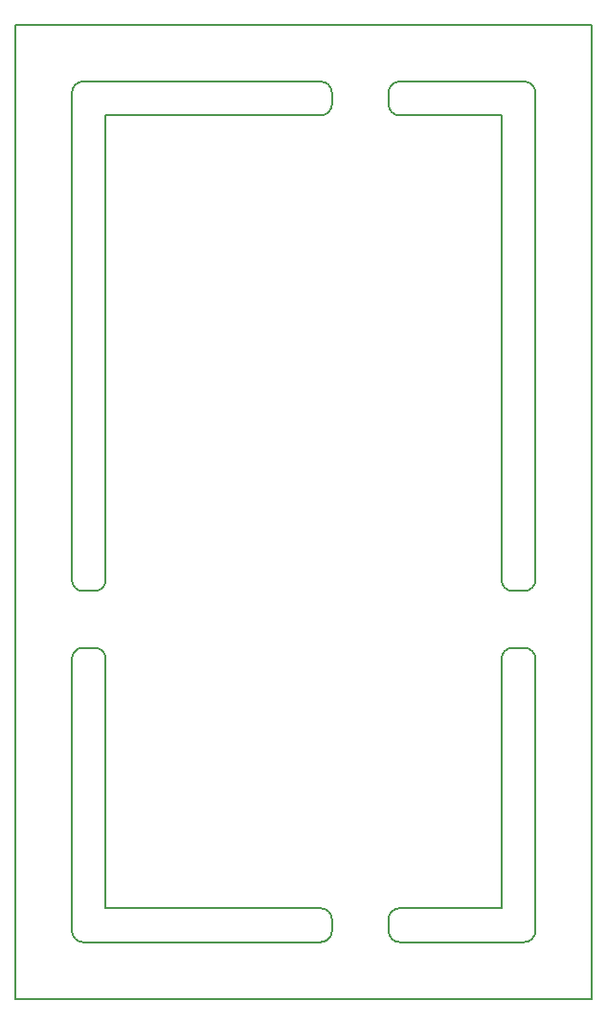
<source format=gbr>
G04 #@! TF.GenerationSoftware,KiCad,Pcbnew,(5.99.0-10229-ge8e7d13299)*
G04 #@! TF.CreationDate,2021-06-16T15:48:42+02:00*
G04 #@! TF.ProjectId,openair2-panelized,6f70656e-6169-4723-922d-70616e656c69,rev?*
G04 #@! TF.SameCoordinates,PX3473bc0PY1312d00*
G04 #@! TF.FileFunction,Profile,NP*
%FSLAX46Y46*%
G04 Gerber Fmt 4.6, Leading zero omitted, Abs format (unit mm)*
G04 Created by KiCad (PCBNEW (5.99.0-10229-ge8e7d13299)) date 2021-06-16 15:48:42*
%MOMM*%
%LPD*%
G01*
G04 APERTURE LIST*
G04 #@! TA.AperFunction,Profile*
%ADD10C,0.150000*%
G04 #@! TD*
G04 APERTURE END LIST*
D10*
X1000000Y-111000000D02*
X22000000Y-111000000D01*
X-5000000Y-116000000D02*
X-5000000Y-30000000D01*
X22000000Y-35000000D02*
X1000000Y-35000000D01*
X3000000Y-79000000D02*
G75*
G02*
X2000000Y-80000000I-1000000J0D01*
G01*
X2000000Y-85000000D02*
G75*
G02*
X3000000Y-86000000I0J-1000000D01*
G01*
X23000000Y-37000000D02*
G75*
G02*
X22000000Y-38000000I-1000000J0D01*
G01*
X38000000Y-108000000D02*
X29000000Y-108000000D01*
X29000000Y-111000000D02*
X40000000Y-111000000D01*
X28000000Y-36000000D02*
G75*
G02*
X29000000Y-35000000I1000000J0D01*
G01*
X23000000Y-109000000D02*
X23000000Y-110000000D01*
X38000000Y-38000000D02*
X38000000Y-79000000D01*
X41000000Y-86000000D02*
X41000000Y-110000000D01*
X41000000Y-36000000D02*
X41000000Y-79000000D01*
X2000000Y-85000000D02*
X1000000Y-85000000D01*
X38000000Y-38000000D02*
X29000000Y-38000000D01*
X29000000Y-38000000D02*
G75*
G02*
X28000000Y-37000000I0J1000000D01*
G01*
X22000000Y-108000000D02*
G75*
G02*
X23000000Y-109000000I0J-1000000D01*
G01*
X0Y-36000000D02*
G75*
G02*
X1000000Y-35000000I1000000J0D01*
G01*
X1000000Y-80000000D02*
G75*
G02*
X0Y-79000000I0J1000000D01*
G01*
X40000000Y-85000000D02*
G75*
G02*
X41000000Y-86000000I0J-1000000D01*
G01*
X39000000Y-80000000D02*
X40000000Y-80000000D01*
X29000000Y-111000000D02*
G75*
G02*
X28000000Y-110000000I0J1000000D01*
G01*
X23000000Y-37000000D02*
X23000000Y-36000000D01*
X22000000Y-35000000D02*
G75*
G02*
X23000000Y-36000000I0J-1000000D01*
G01*
X2000000Y-80000000D02*
X1000000Y-80000000D01*
X46000000Y-116000000D02*
X46000000Y-30000000D01*
X-5000000Y-116000000D02*
X46000000Y-116000000D01*
X3000000Y-108000000D02*
X3000000Y-86000000D01*
X22000000Y-38000000D02*
X3000000Y-38000000D01*
X28000000Y-109000000D02*
X28000000Y-110000000D01*
X29000000Y-35000000D02*
X40000000Y-35000000D01*
X0Y-86000000D02*
X0Y-110000000D01*
X41000000Y-110000000D02*
G75*
G02*
X40000000Y-111000000I-1000000J0D01*
G01*
X28000000Y-109000000D02*
G75*
G02*
X29000000Y-108000000I1000000J0D01*
G01*
X3000000Y-79000000D02*
X3000000Y-38000000D01*
X39000000Y-85000000D02*
X40000000Y-85000000D01*
X41000000Y-79000000D02*
G75*
G02*
X40000000Y-80000000I-1000000J0D01*
G01*
X1000000Y-111000000D02*
G75*
G02*
X0Y-110000000I0J1000000D01*
G01*
X-5000000Y-30000000D02*
X46000000Y-30000000D01*
X23000000Y-110000000D02*
G75*
G02*
X22000000Y-111000000I-1000000J0D01*
G01*
X0Y-36000000D02*
X0Y-79000000D01*
X39000000Y-80000000D02*
G75*
G02*
X38000000Y-79000000I0J1000000D01*
G01*
X0Y-86000000D02*
G75*
G02*
X1000000Y-85000000I1000000J0D01*
G01*
X22000000Y-108000000D02*
X3000000Y-108000000D01*
X40000000Y-35000000D02*
G75*
G02*
X41000000Y-36000000I0J-1000000D01*
G01*
X38000000Y-86000000D02*
X38000000Y-108000000D01*
X38000000Y-86000000D02*
G75*
G02*
X39000000Y-85000000I1000000J0D01*
G01*
X28000000Y-36000000D02*
X28000000Y-37000000D01*
M02*

</source>
